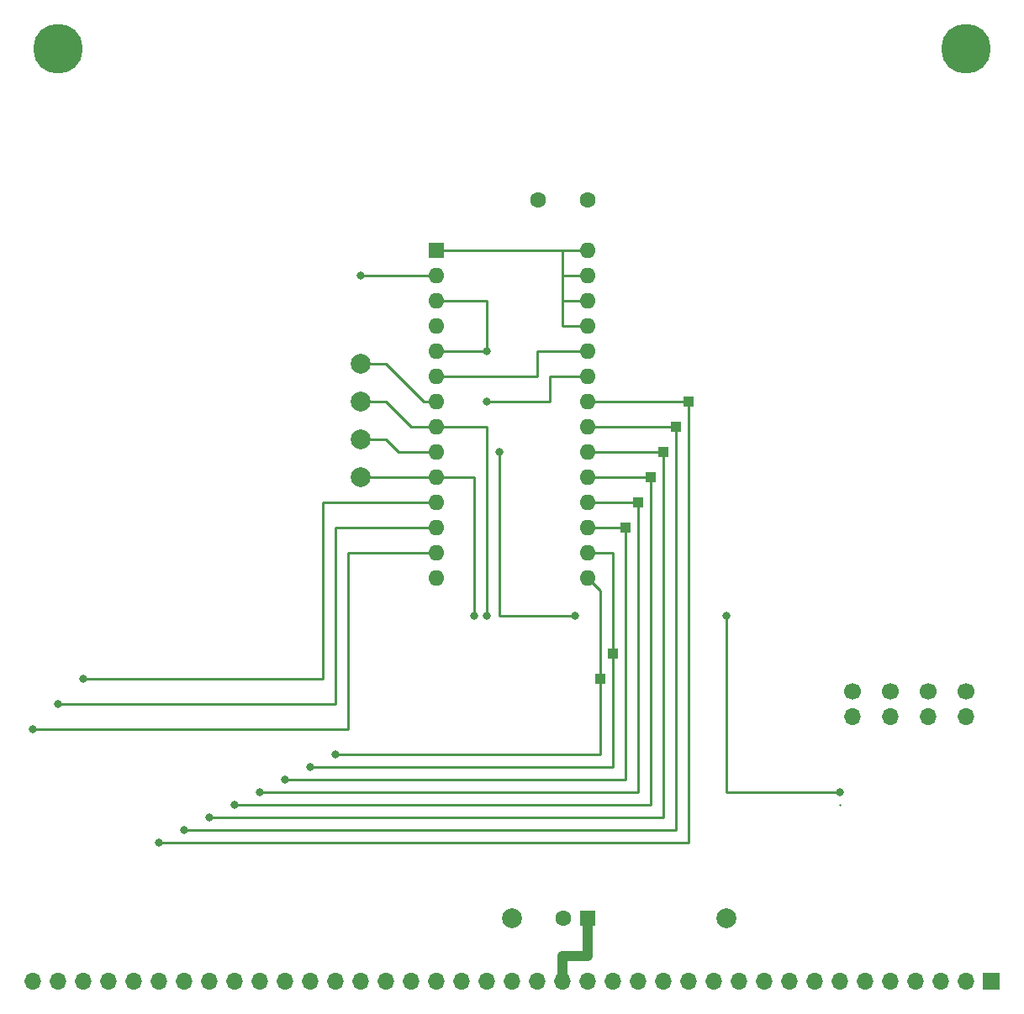
<source format=gtl>
G04 #@! TF.GenerationSoftware,KiCad,Pcbnew,(5.1.9)-1*
G04 #@! TF.CreationDate,2025-02-21T20:03:25+11:00*
G04 #@! TF.ProjectId,RC1802  Integer Math Coprocessor,52433138-3032-4202-9049-6e7465676572,A*
G04 #@! TF.SameCoordinates,Original*
G04 #@! TF.FileFunction,Copper,L1,Top*
G04 #@! TF.FilePolarity,Positive*
%FSLAX46Y46*%
G04 Gerber Fmt 4.6, Leading zero omitted, Abs format (unit mm)*
G04 Created by KiCad (PCBNEW (5.1.9)-1) date 2025-02-21 20:03:25*
%MOMM*%
%LPD*%
G01*
G04 APERTURE LIST*
G04 #@! TA.AperFunction,ComponentPad*
%ADD10O,1.700000X1.700000*%
G04 #@! TD*
G04 #@! TA.AperFunction,ComponentPad*
%ADD11C,1.700000*%
G04 #@! TD*
G04 #@! TA.AperFunction,ComponentPad*
%ADD12C,2.000000*%
G04 #@! TD*
G04 #@! TA.AperFunction,SMDPad,CuDef*
%ADD13R,1.000000X1.000000*%
G04 #@! TD*
G04 #@! TA.AperFunction,ComponentPad*
%ADD14O,1.600000X1.600000*%
G04 #@! TD*
G04 #@! TA.AperFunction,ComponentPad*
%ADD15R,1.600000X1.600000*%
G04 #@! TD*
G04 #@! TA.AperFunction,ComponentPad*
%ADD16R,1.700000X1.700000*%
G04 #@! TD*
G04 #@! TA.AperFunction,ComponentPad*
%ADD17C,1.600000*%
G04 #@! TD*
G04 #@! TA.AperFunction,ComponentPad*
%ADD18C,5.000000*%
G04 #@! TD*
G04 #@! TA.AperFunction,ViaPad*
%ADD19C,0.800000*%
G04 #@! TD*
G04 #@! TA.AperFunction,Conductor*
%ADD20C,0.250000*%
G04 #@! TD*
G04 #@! TA.AperFunction,Conductor*
%ADD21C,1.000000*%
G04 #@! TD*
G04 APERTURE END LIST*
D10*
X198120000Y-109220000D03*
D11*
X198120000Y-106680000D03*
D10*
X201930000Y-109220000D03*
D11*
X201930000Y-106680000D03*
D10*
X194310000Y-109220000D03*
D11*
X194310000Y-106680000D03*
X190500000Y-106680000D03*
D10*
X190500000Y-109220000D03*
D12*
X140970000Y-85090000D03*
X140970000Y-77470000D03*
X140970000Y-81280000D03*
X140970000Y-73660000D03*
X156210000Y-129540000D03*
X177800000Y-129540000D03*
D13*
X173990000Y-77470000D03*
X172720000Y-80010000D03*
X171450000Y-82550000D03*
X170180000Y-85090000D03*
X168910000Y-87630000D03*
X167640000Y-90170000D03*
X166370000Y-102870000D03*
X165100000Y-105410000D03*
D14*
X163830000Y-62230000D03*
X148590000Y-95250000D03*
X163830000Y-64770000D03*
X148590000Y-92710000D03*
X163830000Y-67310000D03*
X148590000Y-90170000D03*
X163830000Y-69850000D03*
X148590000Y-87630000D03*
X163830000Y-72390000D03*
X148590000Y-85090000D03*
X163830000Y-74930000D03*
X148590000Y-82550000D03*
X163830000Y-77470000D03*
X148590000Y-80010000D03*
X163830000Y-80010000D03*
X148590000Y-77470000D03*
X163830000Y-82550000D03*
X148590000Y-74930000D03*
X163830000Y-85090000D03*
X148590000Y-72390000D03*
X163830000Y-87630000D03*
X148590000Y-69850000D03*
X163830000Y-90170000D03*
X148590000Y-67310000D03*
X163830000Y-92710000D03*
X148590000Y-64770000D03*
X163830000Y-95250000D03*
D15*
X148590000Y-62230000D03*
D10*
X107950000Y-135890000D03*
X110490000Y-135890000D03*
X113030000Y-135890000D03*
X115570000Y-135890000D03*
X118110000Y-135890000D03*
X120650000Y-135890000D03*
X123190000Y-135890000D03*
X125730000Y-135890000D03*
X128270000Y-135890000D03*
X130810000Y-135890000D03*
X133350000Y-135890000D03*
X135890000Y-135890000D03*
X138430000Y-135890000D03*
X140970000Y-135890000D03*
X143510000Y-135890000D03*
X146050000Y-135890000D03*
X148590000Y-135890000D03*
X151130000Y-135890000D03*
X153670000Y-135890000D03*
X156210000Y-135890000D03*
X158750000Y-135890000D03*
X161290000Y-135890000D03*
X163830000Y-135890000D03*
X166370000Y-135890000D03*
X168910000Y-135890000D03*
X171450000Y-135890000D03*
X173990000Y-135890000D03*
X176530000Y-135890000D03*
X179070000Y-135890000D03*
X181610000Y-135890000D03*
X184150000Y-135890000D03*
X186690000Y-135890000D03*
X189230000Y-135890000D03*
X191770000Y-135890000D03*
X194310000Y-135890000D03*
X196850000Y-135890000D03*
X199390000Y-135890000D03*
X201930000Y-135890000D03*
D16*
X204470000Y-135890000D03*
D17*
X161330000Y-129540000D03*
D15*
X163830000Y-129540000D03*
D18*
X201930000Y-41910000D03*
X110490000Y-41910000D03*
D17*
X158830000Y-57150000D03*
X163830000Y-57150000D03*
D19*
X189230000Y-116840000D03*
X154940000Y-82550000D03*
X162560000Y-99060000D03*
X177800000Y-99060000D03*
X153670000Y-99060000D03*
X152400000Y-99060000D03*
X140970000Y-64770000D03*
X138430000Y-113030000D03*
X135890000Y-114300000D03*
X133350000Y-115570000D03*
X130810000Y-116840000D03*
X128270000Y-118110000D03*
X125730000Y-119380000D03*
X123190000Y-120650000D03*
X120650000Y-121920000D03*
X113030000Y-105410000D03*
X110490000Y-107950000D03*
X107950000Y-110490000D03*
X153670000Y-77470000D03*
X153670000Y-72390000D03*
D20*
X189230000Y-118110000D02*
X189230000Y-118110000D01*
X163830000Y-64770000D02*
X161290000Y-64770000D01*
X161290000Y-64770000D02*
X161290000Y-62230000D01*
X161290000Y-62230000D02*
X163830000Y-62230000D01*
X148590000Y-62230000D02*
X161290000Y-62230000D01*
X161290000Y-64770000D02*
X161290000Y-67310000D01*
X161290000Y-67310000D02*
X163830000Y-67310000D01*
X161290000Y-67310000D02*
X161290000Y-69850000D01*
X161290000Y-69850000D02*
X163830000Y-69850000D01*
D21*
X161290000Y-135890000D02*
X161290000Y-133350000D01*
X161290000Y-133350000D02*
X163830000Y-133350000D01*
X163830000Y-133350000D02*
X163830000Y-129540000D01*
D20*
X158750000Y-99060000D02*
X162560000Y-99060000D01*
X154940000Y-82550000D02*
X154940000Y-82550000D01*
X154940000Y-99060000D02*
X158750000Y-99060000D01*
X154940000Y-82550000D02*
X154940000Y-99060000D01*
X154940000Y-99060000D02*
X154940000Y-99060000D01*
X177800000Y-116840000D02*
X189230000Y-116840000D01*
X177800000Y-99060000D02*
X177800000Y-116840000D01*
X140970000Y-81280000D02*
X143510000Y-81280000D01*
X146050000Y-82550000D02*
X148590000Y-82550000D01*
X143510000Y-81280000D02*
X144780000Y-82550000D01*
X144780000Y-82550000D02*
X146050000Y-82550000D01*
X153670000Y-80010000D02*
X148590000Y-80010000D01*
X153670000Y-80010000D02*
X153670000Y-99060000D01*
X147320000Y-80010000D02*
X148590000Y-80010000D01*
X140970000Y-77470000D02*
X143510000Y-77470000D01*
X143510000Y-77470000D02*
X146050000Y-80010000D01*
X146050000Y-80010000D02*
X147320000Y-80010000D01*
X148590000Y-85090000D02*
X152400000Y-85090000D01*
X152400000Y-99060000D02*
X152400000Y-85090000D01*
X140970000Y-85090000D02*
X143510000Y-85090000D01*
X143510000Y-85090000D02*
X148590000Y-85090000D01*
X148590000Y-64770000D02*
X143510000Y-64770000D01*
X143510000Y-64770000D02*
X140970000Y-64770000D01*
X138430000Y-113030000D02*
X138430000Y-113030000D01*
X163830000Y-95250000D02*
X165100000Y-96520000D01*
X165100000Y-96520000D02*
X165100000Y-113030000D01*
X165100000Y-113030000D02*
X138430000Y-113030000D01*
X163830000Y-92710000D02*
X166370000Y-92710000D01*
X166370000Y-114300000D02*
X135890000Y-114300000D01*
X135890000Y-114300000D02*
X135890000Y-114300000D01*
X166370000Y-114300000D02*
X166370000Y-92710000D01*
X163830000Y-90170000D02*
X167640000Y-90170000D01*
X167640000Y-115570000D02*
X133350000Y-115570000D01*
X133350000Y-115570000D02*
X133350000Y-115570000D01*
X167640000Y-90170000D02*
X167640000Y-115570000D01*
X163830000Y-87630000D02*
X168910000Y-87630000D01*
X168910000Y-116840000D02*
X130810000Y-116840000D01*
X130810000Y-116840000D02*
X130810000Y-116840000D01*
X168910000Y-87630000D02*
X168910000Y-116840000D01*
X170180000Y-118110000D02*
X128270000Y-118110000D01*
X163830000Y-85090000D02*
X170180000Y-85090000D01*
X128270000Y-118110000D02*
X128270000Y-118110000D01*
X170180000Y-85090000D02*
X170180000Y-118110000D01*
X171450000Y-119380000D02*
X125730000Y-119380000D01*
X163830000Y-82550000D02*
X171450000Y-82550000D01*
X125730000Y-119380000D02*
X125730000Y-119380000D01*
X171450000Y-82550000D02*
X171450000Y-119380000D01*
X163830000Y-80010000D02*
X172720000Y-80010000D01*
X172720000Y-120650000D02*
X123190000Y-120650000D01*
X123190000Y-120650000D02*
X123190000Y-120650000D01*
X172720000Y-80010000D02*
X172720000Y-120650000D01*
X173990000Y-121920000D02*
X120650000Y-121920000D01*
X163830000Y-77470000D02*
X173990000Y-77470000D01*
X120650000Y-121920000D02*
X120650000Y-121920000D01*
X173990000Y-77470000D02*
X173990000Y-121920000D01*
X115570000Y-105410000D02*
X113030000Y-105410000D01*
X137160000Y-105410000D02*
X115570000Y-105410000D01*
X137160000Y-87630000D02*
X137160000Y-105410000D01*
X148590000Y-87630000D02*
X137160000Y-87630000D01*
X110490000Y-107950000D02*
X138430000Y-107950000D01*
X138430000Y-90170000D02*
X138430000Y-107950000D01*
X138430000Y-107950000D02*
X138430000Y-95250000D01*
X142240000Y-90170000D02*
X148590000Y-90170000D01*
X138430000Y-90170000D02*
X142240000Y-90170000D01*
X139700000Y-110490000D02*
X107950000Y-110490000D01*
X139700000Y-92710000D02*
X139700000Y-110490000D01*
X148590000Y-92710000D02*
X139700000Y-92710000D01*
X153670000Y-72390000D02*
X153670000Y-72390000D01*
X153670000Y-72390000D02*
X148590000Y-72390000D01*
X153670000Y-67310000D02*
X148590000Y-67310000D01*
X160020000Y-76200000D02*
X160020000Y-74930000D01*
X160020000Y-74930000D02*
X163830000Y-74930000D01*
X153670000Y-77470000D02*
X160020000Y-77470000D01*
X153670000Y-72390000D02*
X153670000Y-67310000D01*
X160020000Y-76200000D02*
X160020000Y-77470000D01*
X158750000Y-72390000D02*
X163830000Y-72390000D01*
X158750000Y-74930000D02*
X158750000Y-72390000D01*
X148590000Y-74930000D02*
X158750000Y-74930000D01*
X143510000Y-73660000D02*
X147320000Y-77470000D01*
X147320000Y-77470000D02*
X148590000Y-77470000D01*
X140970000Y-73660000D02*
X143510000Y-73660000D01*
M02*

</source>
